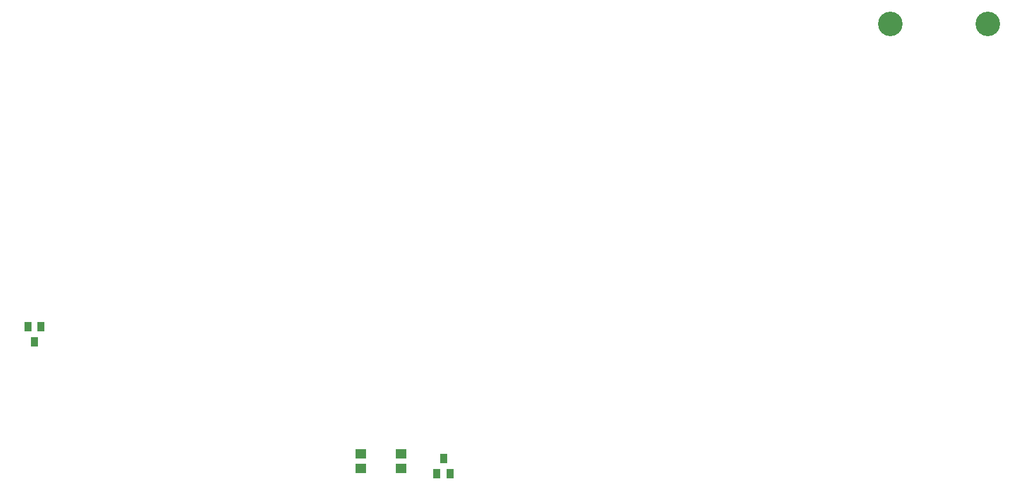
<source format=gtp>
G04 MADE WITH FRITZING*
G04 WWW.FRITZING.ORG*
G04 DOUBLE SIDED*
G04 HOLES PLATED*
G04 CONTOUR ON CENTER OF CONTOUR VECTOR*
%ASAXBY*%
%FSLAX23Y23*%
%MOIN*%
%OFA0B0*%
%SFA1.0B1.0*%
%ADD10C,0.140000*%
%ADD11R,0.039370X0.055118*%
%ADD12R,0.059055X0.055118*%
%ADD13R,0.001000X0.001000*%
%LNPASTEMASK1*%
G90*
G70*
G54D10*
X5140Y2756D03*
X5697Y2756D03*
X5140Y2756D03*
X5697Y2756D03*
G54D11*
X254Y939D03*
X217Y1026D03*
X292Y1026D03*
X2590Y273D03*
X2627Y186D03*
X2552Y186D03*
G54D12*
X2117Y297D03*
X2117Y216D03*
X2347Y297D03*
X2347Y216D03*
G54D13*
D02*
G04 End of PasteMask1*
M02*
</source>
